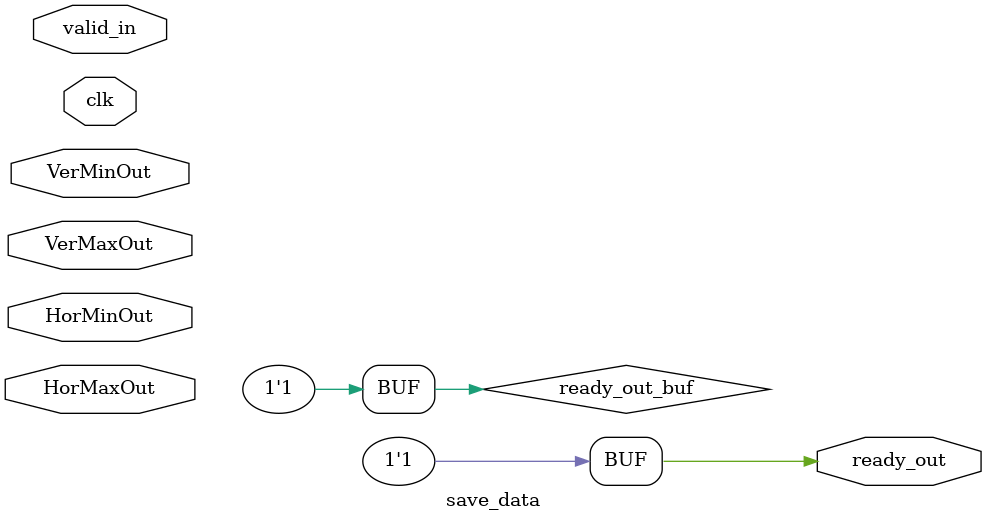
<source format=v>
`timescale 1ns / 1ps

module save_data
(
    input clk,
    input valid_in,
    
    output ready_out,

    input [8:0] HorMinOut, //unsigned int
    input [8:0] HorMaxOut,
    input [10:0] VerMinOut,
    input [10:0] VerMaxOut
);
reg ready_out_buf = 1'b1;

initial
begin
    #300;
    ready_out_buf = 1'b1;
end

assign ready_out = ready_out_buf;

endmodule

</source>
